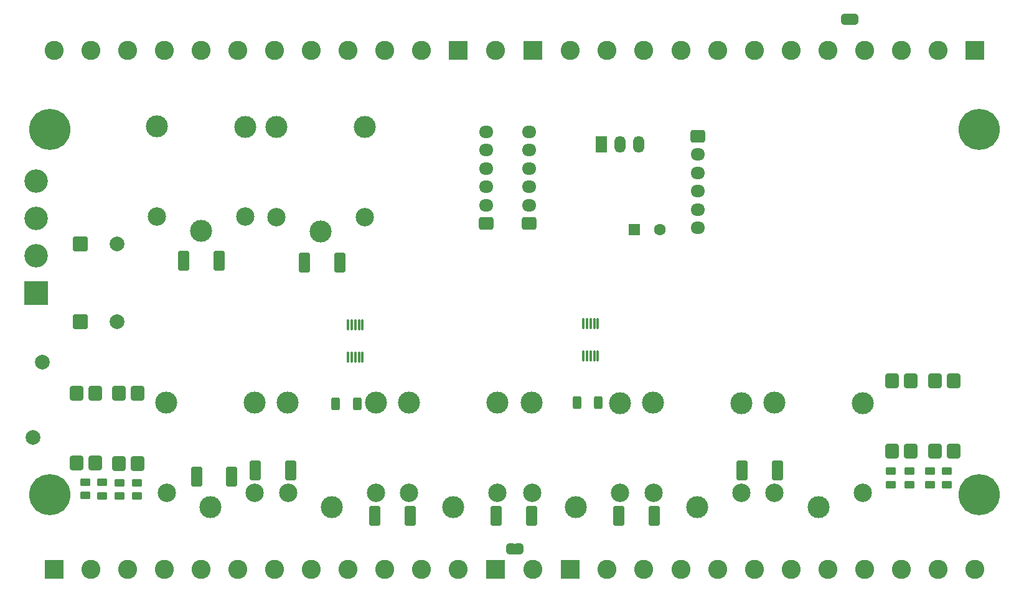
<source format=gbr>
%TF.GenerationSoftware,KiCad,Pcbnew,9.0.3*%
%TF.CreationDate,2025-11-14T19:54:21+01:00*%
%TF.ProjectId,ESPhome_greenhouse_controller,45535068-6f6d-4655-9f67-7265656e686f,rev?*%
%TF.SameCoordinates,Original*%
%TF.FileFunction,Soldermask,Bot*%
%TF.FilePolarity,Negative*%
%FSLAX46Y46*%
G04 Gerber Fmt 4.6, Leading zero omitted, Abs format (unit mm)*
G04 Created by KiCad (PCBNEW 9.0.3) date 2025-11-14 19:54:21*
%MOMM*%
%LPD*%
G01*
G04 APERTURE LIST*
G04 Aperture macros list*
%AMRoundRect*
0 Rectangle with rounded corners*
0 $1 Rounding radius*
0 $2 $3 $4 $5 $6 $7 $8 $9 X,Y pos of 4 corners*
0 Add a 4 corners polygon primitive as box body*
4,1,4,$2,$3,$4,$5,$6,$7,$8,$9,$2,$3,0*
0 Add four circle primitives for the rounded corners*
1,1,$1+$1,$2,$3*
1,1,$1+$1,$4,$5*
1,1,$1+$1,$6,$7*
1,1,$1+$1,$8,$9*
0 Add four rect primitives between the rounded corners*
20,1,$1+$1,$2,$3,$4,$5,0*
20,1,$1+$1,$4,$5,$6,$7,0*
20,1,$1+$1,$6,$7,$8,$9,0*
20,1,$1+$1,$8,$9,$2,$3,0*%
%AMFreePoly0*
4,1,23,0.500000,-0.750000,0.000000,-0.750000,0.000000,-0.745722,-0.065263,-0.745722,-0.191342,-0.711940,-0.304381,-0.646677,-0.396677,-0.554381,-0.461940,-0.441342,-0.495722,-0.315263,-0.495722,-0.250000,-0.500000,-0.250000,-0.500000,0.250000,-0.495722,0.250000,-0.495722,0.315263,-0.461940,0.441342,-0.396677,0.554381,-0.304381,0.646677,-0.191342,0.711940,-0.065263,0.745722,0.000000,0.745722,
0.000000,0.750000,0.500000,0.750000,0.500000,-0.750000,0.500000,-0.750000,$1*%
%AMFreePoly1*
4,1,23,0.000000,0.745722,0.065263,0.745722,0.191342,0.711940,0.304381,0.646677,0.396677,0.554381,0.461940,0.441342,0.495722,0.315263,0.495722,0.250000,0.500000,0.250000,0.500000,-0.250000,0.495722,-0.250000,0.495722,-0.315263,0.461940,-0.441342,0.396677,-0.554381,0.304381,-0.646677,0.191342,-0.711940,0.065263,-0.745722,0.000000,-0.745722,0.000000,-0.750000,-0.500000,-0.750000,
-0.500000,0.750000,0.000000,0.750000,0.000000,0.745722,0.000000,0.745722,$1*%
G04 Aperture macros list end*
%ADD10RoundRect,0.250000X-0.725000X0.600000X-0.725000X-0.600000X0.725000X-0.600000X0.725000X0.600000X0*%
%ADD11O,1.950000X1.700000*%
%ADD12C,3.000000*%
%ADD13C,2.500000*%
%ADD14RoundRect,0.250000X-0.550000X-0.550000X0.550000X-0.550000X0.550000X0.550000X-0.550000X0.550000X0*%
%ADD15C,1.600000*%
%ADD16RoundRect,0.250000X-0.750000X-0.750000X0.750000X-0.750000X0.750000X0.750000X-0.750000X0.750000X0*%
%ADD17C,2.000000*%
%ADD18R,3.200000X3.200000*%
%ADD19C,3.200000*%
%ADD20RoundRect,0.250000X0.725000X-0.600000X0.725000X0.600000X-0.725000X0.600000X-0.725000X-0.600000X0*%
%ADD21R,2.600000X2.600000*%
%ADD22C,2.600000*%
%ADD23C,5.600000*%
%ADD24R,1.500000X2.300000*%
%ADD25O,1.500000X2.300000*%
%ADD26C,2.010000*%
%ADD27RoundRect,0.250000X0.450000X-0.262500X0.450000X0.262500X-0.450000X0.262500X-0.450000X-0.262500X0*%
%ADD28RoundRect,0.250000X0.500000X1.100000X-0.500000X1.100000X-0.500000X-1.100000X0.500000X-1.100000X0*%
%ADD29RoundRect,0.250000X-0.500000X-1.100000X0.500000X-1.100000X0.500000X1.100000X-0.500000X1.100000X0*%
%ADD30RoundRect,0.249999X0.640001X-0.750001X0.640001X0.750001X-0.640001X0.750001X-0.640001X-0.750001X0*%
%ADD31FreePoly0,0.000000*%
%ADD32FreePoly1,0.000000*%
%ADD33RoundRect,0.075000X-0.075000X0.650000X-0.075000X-0.650000X0.075000X-0.650000X0.075000X0.650000X0*%
%ADD34RoundRect,0.250000X-0.312500X-0.625000X0.312500X-0.625000X0.312500X0.625000X-0.312500X0.625000X0*%
G04 APERTURE END LIST*
%TO.C,JP1*%
G36*
X200500000Y-70850000D02*
G01*
X200800000Y-70850000D01*
X200800000Y-69350000D01*
X200500000Y-69350000D01*
X200500000Y-70850000D01*
G37*
%TO.C,JP2*%
G36*
X154950000Y-142950000D02*
G01*
X155250000Y-142950000D01*
X155250000Y-141450000D01*
X154950000Y-141450000D01*
X154950000Y-142950000D01*
G37*
%TD*%
D10*
%TO.C,J2*%
X180000000Y-86000000D03*
D11*
X180000000Y-88500000D03*
X180000000Y-91000000D03*
X180000000Y-93500000D03*
X180000000Y-96000000D03*
X180000000Y-98500000D03*
%TD*%
D12*
%TO.C,K3*%
X163400000Y-136500000D03*
D13*
X169450000Y-134550000D03*
D12*
X169450000Y-122350000D03*
X157400000Y-122300000D03*
D13*
X157450000Y-134550000D03*
%TD*%
D14*
%TO.C,C4*%
X171347349Y-98700000D03*
D15*
X174847349Y-98700000D03*
%TD*%
D16*
%TO.C,C1*%
X96000000Y-111300000D03*
D17*
X101000000Y-111300000D03*
%TD*%
D16*
%TO.C,C2*%
X96000000Y-100700000D03*
D17*
X101000000Y-100700000D03*
%TD*%
D12*
%TO.C,K1*%
X130200000Y-136450000D03*
D13*
X136250000Y-134500000D03*
D12*
X136250000Y-122300000D03*
X124200000Y-122250000D03*
D13*
X124250000Y-134500000D03*
%TD*%
D18*
%TO.C,D7*%
X90000000Y-107400000D03*
D19*
X90000000Y-102320000D03*
X90000000Y-97240000D03*
X90000000Y-92160000D03*
%TD*%
D12*
%TO.C,K8*%
X128650000Y-98950000D03*
D13*
X134700000Y-97000000D03*
D12*
X134700000Y-84800000D03*
X122650000Y-84750000D03*
D13*
X122700000Y-97000000D03*
%TD*%
D12*
%TO.C,K2*%
X146700000Y-136450000D03*
D13*
X152750000Y-134500000D03*
D12*
X152750000Y-122300000D03*
X140700000Y-122250000D03*
D13*
X140750000Y-134500000D03*
%TD*%
D20*
%TO.C,J4*%
X157050000Y-97900000D03*
D11*
X157050000Y-95400000D03*
X157050000Y-92900000D03*
X157050000Y-90400000D03*
X157050000Y-87900000D03*
X157050000Y-85400000D03*
%TD*%
D21*
%TO.C,MOD1*%
X92430000Y-144950000D03*
D22*
X97430000Y-144950000D03*
X102430000Y-144950000D03*
X107430000Y-144950000D03*
X112430000Y-144950000D03*
X117430000Y-144950000D03*
X122430000Y-144950000D03*
X127430000Y-144950000D03*
X132430000Y-144950000D03*
X137430000Y-144950000D03*
X142430000Y-144950000D03*
X147430000Y-144950000D03*
D21*
X162670000Y-144950000D03*
D22*
X167670000Y-144950000D03*
X172670000Y-144950000D03*
X177670000Y-144950000D03*
X182670000Y-144950000D03*
X187670000Y-144950000D03*
X192670000Y-144950000D03*
X197670000Y-144950000D03*
X202670000Y-144950000D03*
X207670000Y-144950000D03*
X212670000Y-144950000D03*
X217670000Y-144950000D03*
D21*
X217670000Y-74331500D03*
D22*
X212670000Y-74331500D03*
X207670000Y-74331500D03*
X202670000Y-74331500D03*
X197670000Y-74331500D03*
X192670000Y-74331500D03*
X187670000Y-74331500D03*
X182670000Y-74331500D03*
X177670000Y-74331500D03*
X172670000Y-74331500D03*
X167670000Y-74331500D03*
X162670000Y-74331500D03*
D21*
X147430000Y-74331500D03*
D22*
X142430000Y-74331500D03*
X137430000Y-74331500D03*
X132430000Y-74331500D03*
X127430000Y-74331500D03*
X122430000Y-74331500D03*
X117430000Y-74331500D03*
X112430000Y-74331500D03*
X107430000Y-74331500D03*
X102430000Y-74331500D03*
X97430000Y-74331500D03*
X92430000Y-74331500D03*
D21*
X152510000Y-144950000D03*
D22*
X157590000Y-144950000D03*
D21*
X157590000Y-74331500D03*
D22*
X152510000Y-74331500D03*
D23*
X91875000Y-85075000D03*
X91875000Y-134825000D03*
X218225000Y-85075000D03*
X218225000Y-134825000D03*
%TD*%
D12*
%TO.C,K4*%
X179900000Y-136500000D03*
D13*
X185950000Y-134550000D03*
D12*
X185950000Y-122350000D03*
X173900000Y-122300000D03*
D13*
X173950000Y-134550000D03*
%TD*%
D12*
%TO.C,K5*%
X113700000Y-136450000D03*
D13*
X119750000Y-134500000D03*
D12*
X119750000Y-122300000D03*
X107700000Y-122250000D03*
D13*
X107750000Y-134500000D03*
%TD*%
D24*
%TO.C,U18*%
X166853000Y-87107500D03*
D25*
X169393000Y-87107500D03*
X171933000Y-87107500D03*
%TD*%
D20*
%TO.C,J3*%
X151200000Y-97900000D03*
D11*
X151200000Y-95400000D03*
X151200000Y-92900000D03*
X151200000Y-90400000D03*
X151200000Y-87900000D03*
X151200000Y-85400000D03*
%TD*%
D12*
%TO.C,K6*%
X196400000Y-136500000D03*
D13*
X202450000Y-134550000D03*
D12*
X202450000Y-122350000D03*
X190400000Y-122300000D03*
D13*
X190450000Y-134550000D03*
%TD*%
D26*
%TO.C,F2*%
X90800000Y-116800000D03*
X89600000Y-127000000D03*
%TD*%
D12*
%TO.C,K7*%
X112400000Y-98900000D03*
D13*
X118450000Y-96950000D03*
D12*
X118450000Y-84750000D03*
X106400000Y-84700000D03*
D13*
X106450000Y-96950000D03*
%TD*%
D27*
%TO.C,R26*%
X206250000Y-133412500D03*
X206250000Y-131587500D03*
%TD*%
D28*
%TO.C,D8*%
X114900000Y-103000000D03*
X110100000Y-103000000D03*
%TD*%
%TO.C,D9*%
X131300000Y-103200000D03*
X126500000Y-103200000D03*
%TD*%
D29*
%TO.C,D2*%
X136050000Y-137650000D03*
X140850000Y-137650000D03*
%TD*%
D27*
%TO.C,R24*%
X211600000Y-133412500D03*
X211600000Y-131587500D03*
%TD*%
D29*
%TO.C,D6*%
X186000000Y-131500000D03*
X190800000Y-131500000D03*
%TD*%
D30*
%TO.C,U12*%
X214770000Y-128865000D03*
X212230000Y-128865000D03*
X212230000Y-119335000D03*
X214770000Y-119335000D03*
%TD*%
D31*
%TO.C,JP1*%
X200000000Y-70100000D03*
D32*
X201300000Y-70100000D03*
%TD*%
D30*
%TO.C,U8*%
X98000000Y-130500000D03*
X95460000Y-130500000D03*
X95460000Y-120970000D03*
X98000000Y-120970000D03*
%TD*%
D29*
%TO.C,D4*%
X169250000Y-137650000D03*
X174050000Y-137650000D03*
%TD*%
D27*
%TO.C,R25*%
X208750000Y-133412500D03*
X208750000Y-131587500D03*
%TD*%
D29*
%TO.C,D1*%
X119800000Y-131500000D03*
X124600000Y-131500000D03*
%TD*%
D28*
%TO.C,D5*%
X116600000Y-132350000D03*
X111800000Y-132350000D03*
%TD*%
D33*
%TO.C,U3*%
X164400000Y-111500000D03*
X164900000Y-111500000D03*
X165400000Y-111500000D03*
X165900000Y-111500000D03*
X166400000Y-111500000D03*
X166400000Y-115900000D03*
X165900000Y-115900000D03*
X165400000Y-115900000D03*
X164900000Y-115900000D03*
X164400000Y-115900000D03*
%TD*%
D34*
%TO.C,R2*%
X163537500Y-122300000D03*
X166462500Y-122300000D03*
%TD*%
D27*
%TO.C,R12*%
X96650000Y-134912500D03*
X96650000Y-133087500D03*
%TD*%
%TO.C,R14*%
X101350000Y-135000000D03*
X101350000Y-133175000D03*
%TD*%
D30*
%TO.C,U13*%
X208970000Y-128865000D03*
X206430000Y-128865000D03*
X206430000Y-119335000D03*
X208970000Y-119335000D03*
%TD*%
D34*
%TO.C,R1*%
X130737500Y-122400000D03*
X133662500Y-122400000D03*
%TD*%
D27*
%TO.C,R23*%
X213900000Y-133412500D03*
X213900000Y-131587500D03*
%TD*%
D29*
%TO.C,D3*%
X152550000Y-137700000D03*
X157350000Y-137700000D03*
%TD*%
D33*
%TO.C,U14*%
X132400000Y-111700000D03*
X132900000Y-111700000D03*
X133400000Y-111700000D03*
X133900000Y-111700000D03*
X134400000Y-111700000D03*
X134400000Y-116100000D03*
X133900000Y-116100000D03*
X133400000Y-116100000D03*
X132900000Y-116100000D03*
X132400000Y-116100000D03*
%TD*%
D30*
%TO.C,U9*%
X103770000Y-130565000D03*
X101230000Y-130565000D03*
X101230000Y-121035000D03*
X103770000Y-121035000D03*
%TD*%
D31*
%TO.C,JP2*%
X154450000Y-142200000D03*
D32*
X155750000Y-142200000D03*
%TD*%
D27*
%TO.C,R13*%
X103750000Y-135000000D03*
X103750000Y-133175000D03*
%TD*%
%TO.C,R11*%
X99000000Y-134950000D03*
X99000000Y-133125000D03*
%TD*%
M02*

</source>
